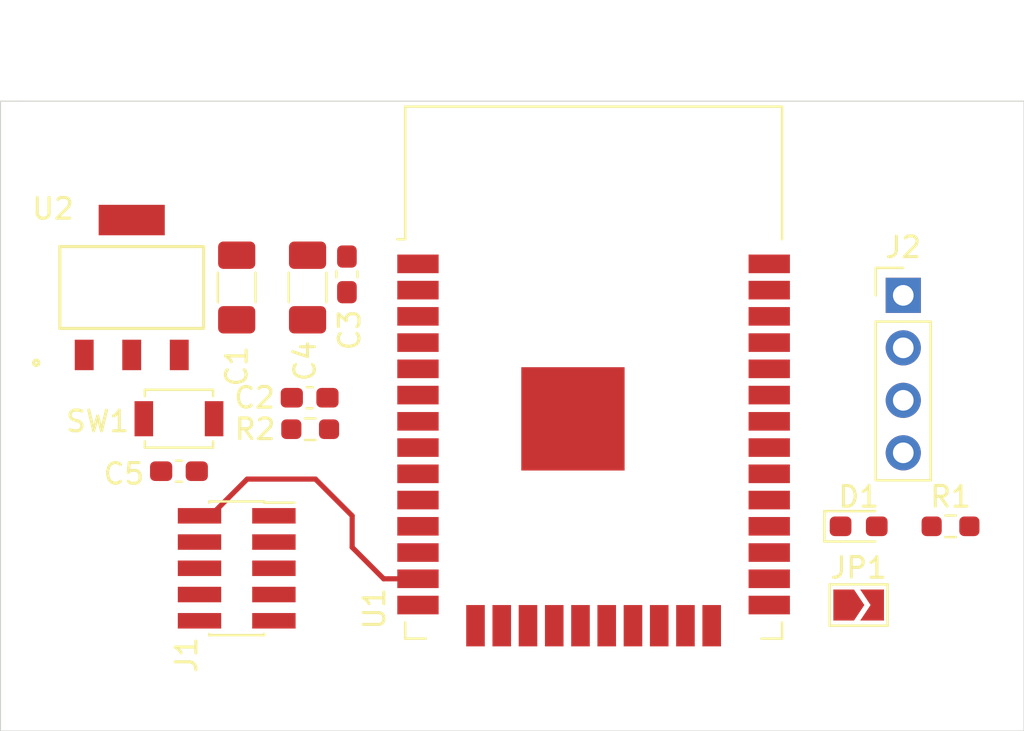
<source format=kicad_pcb>
(kicad_pcb (version 20171130) (host pcbnew 5.1.9-73d0e3b20d~88~ubuntu20.04.1)

  (general
    (thickness 1.6)
    (drawings 5)
    (tracks 7)
    (zones 0)
    (modules 14)
    (nets 12)
  )

  (page A4)
  (layers
    (0 F.Cu signal)
    (31 B.Cu signal)
    (32 B.Adhes user)
    (33 F.Adhes user)
    (34 B.Paste user)
    (35 F.Paste user)
    (36 B.SilkS user)
    (37 F.SilkS user)
    (38 B.Mask user)
    (39 F.Mask user)
    (40 Dwgs.User user)
    (41 Cmts.User user)
    (42 Eco1.User user)
    (43 Eco2.User user)
    (44 Edge.Cuts user)
    (45 Margin user)
    (46 B.CrtYd user)
    (47 F.CrtYd user)
    (48 B.Fab user)
    (49 F.Fab user hide)
  )

  (setup
    (last_trace_width 0.25)
    (trace_clearance 0.2)
    (zone_clearance 0.508)
    (zone_45_only no)
    (trace_min 0.2)
    (via_size 0.8)
    (via_drill 0.4)
    (via_min_size 0.4)
    (via_min_drill 0.3)
    (uvia_size 0.3)
    (uvia_drill 0.1)
    (uvias_allowed no)
    (uvia_min_size 0.2)
    (uvia_min_drill 0.1)
    (edge_width 0.05)
    (segment_width 0.2)
    (pcb_text_width 0.3)
    (pcb_text_size 1.5 1.5)
    (mod_edge_width 0.12)
    (mod_text_size 1 1)
    (mod_text_width 0.15)
    (pad_size 1.524 1.524)
    (pad_drill 0.762)
    (pad_to_mask_clearance 0)
    (aux_axis_origin 0 0)
    (visible_elements FFFFFF7F)
    (pcbplotparams
      (layerselection 0x010fc_ffffffff)
      (usegerberextensions false)
      (usegerberattributes true)
      (usegerberadvancedattributes true)
      (creategerberjobfile true)
      (excludeedgelayer true)
      (linewidth 0.100000)
      (plotframeref false)
      (viasonmask false)
      (mode 1)
      (useauxorigin false)
      (hpglpennumber 1)
      (hpglpenspeed 20)
      (hpglpendiameter 15.000000)
      (psnegative false)
      (psa4output false)
      (plotreference true)
      (plotvalue true)
      (plotinvisibletext false)
      (padsonsilk false)
      (subtractmaskfromsilk false)
      (outputformat 1)
      (mirror false)
      (drillshape 1)
      (scaleselection 1)
      (outputdirectory ""))
  )

  (net 0 "")
  (net 1 GND)
  (net 2 /JTAG_TCK)
  (net 3 /JTAG_TDO)
  (net 4 /JTAG_TMS)
  (net 5 /JTAG_TDI)
  (net 6 +3V3)
  (net 7 /UART_RX)
  (net 8 /UART_TX)
  (net 9 "Net-(D1-Pad1)")
  (net 10 "Net-(D1-Pad2)")
  (net 11 "Net-(C2-Pad1)")

  (net_class Default "This is the default net class."
    (clearance 0.2)
    (trace_width 0.25)
    (via_dia 0.8)
    (via_drill 0.4)
    (uvia_dia 0.3)
    (uvia_drill 0.1)
    (add_net +12V)
    (add_net +3V3)
    (add_net /JTAG_TCK)
    (add_net /JTAG_TDI)
    (add_net /JTAG_TDO)
    (add_net /JTAG_TMS)
    (add_net /UART_RX)
    (add_net /UART_TX)
    (add_net /nReset)
    (add_net GND)
    (add_net "Net-(C2-Pad1)")
    (add_net "Net-(D1-Pad1)")
    (add_net "Net-(D1-Pad2)")
    (add_net "Net-(J1-Pad7)")
    (add_net "Net-(U1-Pad10)")
    (add_net "Net-(U1-Pad11)")
    (add_net "Net-(U1-Pad12)")
    (add_net "Net-(U1-Pad17)")
    (add_net "Net-(U1-Pad18)")
    (add_net "Net-(U1-Pad19)")
    (add_net "Net-(U1-Pad20)")
    (add_net "Net-(U1-Pad21)")
    (add_net "Net-(U1-Pad22)")
    (add_net "Net-(U1-Pad24)")
    (add_net "Net-(U1-Pad26)")
    (add_net "Net-(U1-Pad27)")
    (add_net "Net-(U1-Pad28)")
    (add_net "Net-(U1-Pad29)")
    (add_net "Net-(U1-Pad30)")
    (add_net "Net-(U1-Pad31)")
    (add_net "Net-(U1-Pad32)")
    (add_net "Net-(U1-Pad33)")
    (add_net "Net-(U1-Pad36)")
    (add_net "Net-(U1-Pad37)")
    (add_net "Net-(U1-Pad4)")
    (add_net "Net-(U1-Pad5)")
    (add_net "Net-(U1-Pad6)")
    (add_net "Net-(U1-Pad7)")
    (add_net "Net-(U1-Pad8)")
    (add_net "Net-(U1-Pad9)")
  )

  (module Capacitor_SMD:C_0603_1608Metric_Pad1.08x0.95mm_HandSolder (layer F.Cu) (tedit 5F68FEEF) (tstamp 5FD6893B)
    (at 74.1415 116.713 180)
    (descr "Capacitor SMD 0603 (1608 Metric), square (rectangular) end terminal, IPC_7351 nominal with elongated pad for handsoldering. (Body size source: IPC-SM-782 page 76, https://www.pcb-3d.com/wordpress/wp-content/uploads/ipc-sm-782a_amendment_1_and_2.pdf), generated with kicad-footprint-generator")
    (tags "capacitor handsolder")
    (path /5FD7E62B)
    (attr smd)
    (fp_text reference C2 (at 2.667 0) (layer F.SilkS)
      (effects (font (size 1 1) (thickness 0.15)))
    )
    (fp_text value 1uF (at 0 1.43) (layer F.Fab)
      (effects (font (size 1 1) (thickness 0.15)))
    )
    (fp_line (start 1.65 0.73) (end -1.65 0.73) (layer F.CrtYd) (width 0.05))
    (fp_line (start 1.65 -0.73) (end 1.65 0.73) (layer F.CrtYd) (width 0.05))
    (fp_line (start -1.65 -0.73) (end 1.65 -0.73) (layer F.CrtYd) (width 0.05))
    (fp_line (start -1.65 0.73) (end -1.65 -0.73) (layer F.CrtYd) (width 0.05))
    (fp_line (start -0.146267 0.51) (end 0.146267 0.51) (layer F.SilkS) (width 0.12))
    (fp_line (start -0.146267 -0.51) (end 0.146267 -0.51) (layer F.SilkS) (width 0.12))
    (fp_line (start 0.8 0.4) (end -0.8 0.4) (layer F.Fab) (width 0.1))
    (fp_line (start 0.8 -0.4) (end 0.8 0.4) (layer F.Fab) (width 0.1))
    (fp_line (start -0.8 -0.4) (end 0.8 -0.4) (layer F.Fab) (width 0.1))
    (fp_line (start -0.8 0.4) (end -0.8 -0.4) (layer F.Fab) (width 0.1))
    (fp_text user %R (at 0 0) (layer F.Fab)
      (effects (font (size 0.4 0.4) (thickness 0.06)))
    )
    (pad 2 smd roundrect (at 0.8625 0 180) (size 1.075 0.95) (layers F.Cu F.Paste F.Mask) (roundrect_rratio 0.25)
      (net 1 GND))
    (pad 1 smd roundrect (at -0.8625 0 180) (size 1.075 0.95) (layers F.Cu F.Paste F.Mask) (roundrect_rratio 0.25)
      (net 11 "Net-(C2-Pad1)"))
    (model ${KISYS3DMOD}/Capacitor_SMD.3dshapes/C_0603_1608Metric.wrl
      (at (xyz 0 0 0))
      (scale (xyz 1 1 1))
      (rotate (xyz 0 0 0))
    )
  )

  (module Button_Switch_SMD:SW_SPST_B3U-1000P (layer F.Cu) (tedit 5A02FC95) (tstamp 5FD68A7B)
    (at 67.818 117.729)
    (descr "Ultra-small-sized Tactile Switch with High Contact Reliability, Top-actuated Model, without Ground Terminal, without Boss")
    (tags "Tactile Switch")
    (path /5FDAB577)
    (attr smd)
    (fp_text reference SW1 (at -3.937 0.127) (layer F.SilkS)
      (effects (font (size 1 1) (thickness 0.15)))
    )
    (fp_text value SW_Push (at 0 2.5) (layer F.Fab)
      (effects (font (size 1 1) (thickness 0.15)))
    )
    (fp_circle (center 0 0) (end 0.75 0) (layer F.Fab) (width 0.1))
    (fp_line (start -1.5 1.25) (end -1.5 -1.25) (layer F.Fab) (width 0.1))
    (fp_line (start 1.5 1.25) (end -1.5 1.25) (layer F.Fab) (width 0.1))
    (fp_line (start 1.5 -1.25) (end 1.5 1.25) (layer F.Fab) (width 0.1))
    (fp_line (start -1.5 -1.25) (end 1.5 -1.25) (layer F.Fab) (width 0.1))
    (fp_line (start 1.65 -1.4) (end 1.65 -1.1) (layer F.SilkS) (width 0.12))
    (fp_line (start -1.65 -1.4) (end 1.65 -1.4) (layer F.SilkS) (width 0.12))
    (fp_line (start -1.65 -1.1) (end -1.65 -1.4) (layer F.SilkS) (width 0.12))
    (fp_line (start 1.65 1.4) (end 1.65 1.1) (layer F.SilkS) (width 0.12))
    (fp_line (start -1.65 1.4) (end 1.65 1.4) (layer F.SilkS) (width 0.12))
    (fp_line (start -1.65 1.1) (end -1.65 1.4) (layer F.SilkS) (width 0.12))
    (fp_line (start -2.4 -1.65) (end -2.4 1.65) (layer F.CrtYd) (width 0.05))
    (fp_line (start 2.4 -1.65) (end -2.4 -1.65) (layer F.CrtYd) (width 0.05))
    (fp_line (start 2.4 1.65) (end 2.4 -1.65) (layer F.CrtYd) (width 0.05))
    (fp_line (start -2.4 1.65) (end 2.4 1.65) (layer F.CrtYd) (width 0.05))
    (fp_text user %R (at 0 -2.5) (layer F.Fab)
      (effects (font (size 1 1) (thickness 0.15)))
    )
    (pad 2 smd rect (at 1.7 0) (size 0.9 1.7) (layers F.Cu F.Paste F.Mask)
      (net 11 "Net-(C2-Pad1)"))
    (pad 1 smd rect (at -1.7 0) (size 0.9 1.7) (layers F.Cu F.Paste F.Mask)
      (net 1 GND))
    (model ${KISYS3DMOD}/Button_Switch_SMD.3dshapes/SW_SPST_B3U-1000P.wrl
      (at (xyz 0 0 0))
      (scale (xyz 1 1 1))
      (rotate (xyz 0 0 0))
    )
  )

  (module Resistor_SMD:R_0603_1608Metric_Pad0.98x0.95mm_HandSolder (layer F.Cu) (tedit 5F68FEEE) (tstamp 5FD68A65)
    (at 74.168 118.237)
    (descr "Resistor SMD 0603 (1608 Metric), square (rectangular) end terminal, IPC_7351 nominal with elongated pad for handsoldering. (Body size source: IPC-SM-782 page 72, https://www.pcb-3d.com/wordpress/wp-content/uploads/ipc-sm-782a_amendment_1_and_2.pdf), generated with kicad-footprint-generator")
    (tags "resistor handsolder")
    (path /5FD7F098)
    (attr smd)
    (fp_text reference R2 (at -2.667 0) (layer F.SilkS)
      (effects (font (size 1 1) (thickness 0.15)))
    )
    (fp_text value 10K (at 0 1.43) (layer F.Fab)
      (effects (font (size 1 1) (thickness 0.15)))
    )
    (fp_line (start 1.65 0.73) (end -1.65 0.73) (layer F.CrtYd) (width 0.05))
    (fp_line (start 1.65 -0.73) (end 1.65 0.73) (layer F.CrtYd) (width 0.05))
    (fp_line (start -1.65 -0.73) (end 1.65 -0.73) (layer F.CrtYd) (width 0.05))
    (fp_line (start -1.65 0.73) (end -1.65 -0.73) (layer F.CrtYd) (width 0.05))
    (fp_line (start -0.254724 0.5225) (end 0.254724 0.5225) (layer F.SilkS) (width 0.12))
    (fp_line (start -0.254724 -0.5225) (end 0.254724 -0.5225) (layer F.SilkS) (width 0.12))
    (fp_line (start 0.8 0.4125) (end -0.8 0.4125) (layer F.Fab) (width 0.1))
    (fp_line (start 0.8 -0.4125) (end 0.8 0.4125) (layer F.Fab) (width 0.1))
    (fp_line (start -0.8 -0.4125) (end 0.8 -0.4125) (layer F.Fab) (width 0.1))
    (fp_line (start -0.8 0.4125) (end -0.8 -0.4125) (layer F.Fab) (width 0.1))
    (fp_text user %R (at 0 0) (layer F.Fab)
      (effects (font (size 0.4 0.4) (thickness 0.06)))
    )
    (pad 2 smd roundrect (at 0.9125 0) (size 0.975 0.95) (layers F.Cu F.Paste F.Mask) (roundrect_rratio 0.25)
      (net 11 "Net-(C2-Pad1)"))
    (pad 1 smd roundrect (at -0.9125 0) (size 0.975 0.95) (layers F.Cu F.Paste F.Mask) (roundrect_rratio 0.25)
      (net 6 +3V3))
    (model ${KISYS3DMOD}/Resistor_SMD.3dshapes/R_0603_1608Metric.wrl
      (at (xyz 0 0 0))
      (scale (xyz 1 1 1))
      (rotate (xyz 0 0 0))
    )
  )

  (module Jumper:SolderJumper-2_P1.3mm_Open_TrianglePad1.0x1.5mm (layer F.Cu) (tedit 5A64794F) (tstamp 5FD68A44)
    (at 100.711 126.746)
    (descr "SMD Solder Jumper, 1x1.5mm Triangular Pads, 0.3mm gap, open")
    (tags "solder jumper open")
    (path /5FDB67D2)
    (attr virtual)
    (fp_text reference JP1 (at 0 -1.8) (layer F.SilkS)
      (effects (font (size 1 1) (thickness 0.15)))
    )
    (fp_text value Jumper_NO_Small (at 0 1.9) (layer F.Fab)
      (effects (font (size 1 1) (thickness 0.15)))
    )
    (fp_line (start 1.65 1.25) (end -1.65 1.25) (layer F.CrtYd) (width 0.05))
    (fp_line (start 1.65 1.25) (end 1.65 -1.25) (layer F.CrtYd) (width 0.05))
    (fp_line (start -1.65 -1.25) (end -1.65 1.25) (layer F.CrtYd) (width 0.05))
    (fp_line (start -1.65 -1.25) (end 1.65 -1.25) (layer F.CrtYd) (width 0.05))
    (fp_line (start -1.4 -1) (end 1.4 -1) (layer F.SilkS) (width 0.12))
    (fp_line (start 1.4 -1) (end 1.4 1) (layer F.SilkS) (width 0.12))
    (fp_line (start 1.4 1) (end -1.4 1) (layer F.SilkS) (width 0.12))
    (fp_line (start -1.4 1) (end -1.4 -1) (layer F.SilkS) (width 0.12))
    (pad 1 smd custom (at -0.725 0) (size 0.3 0.3) (layers F.Cu F.Mask)
      (net 9 "Net-(D1-Pad1)") (zone_connect 2)
      (options (clearance outline) (anchor rect))
      (primitives
        (gr_poly (pts
           (xy -0.5 -0.75) (xy 0.5 -0.75) (xy 1 0) (xy 0.5 0.75) (xy -0.5 0.75)
) (width 0))
      ))
    (pad 2 smd custom (at 0.725 0) (size 0.3 0.3) (layers F.Cu F.Mask)
      (net 1 GND) (zone_connect 2)
      (options (clearance outline) (anchor rect))
      (primitives
        (gr_poly (pts
           (xy -0.65 -0.75) (xy 0.5 -0.75) (xy 0.5 0.75) (xy -0.65 0.75) (xy -0.15 0)
) (width 0))
      ))
  )

  (module Capacitor_SMD:C_0603_1608Metric_Pad1.08x0.95mm_HandSolder (layer F.Cu) (tedit 5F68FEEF) (tstamp 5FD6896E)
    (at 67.818 120.269 180)
    (descr "Capacitor SMD 0603 (1608 Metric), square (rectangular) end terminal, IPC_7351 nominal with elongated pad for handsoldering. (Body size source: IPC-SM-782 page 76, https://www.pcb-3d.com/wordpress/wp-content/uploads/ipc-sm-782a_amendment_1_and_2.pdf), generated with kicad-footprint-generator")
    (tags "capacitor handsolder")
    (path /5FDAEDB3)
    (attr smd)
    (fp_text reference C5 (at 2.667 -0.127) (layer F.SilkS)
      (effects (font (size 1 1) (thickness 0.15)))
    )
    (fp_text value 0.1uF (at 0 1.43) (layer F.Fab)
      (effects (font (size 1 1) (thickness 0.15)))
    )
    (fp_line (start 1.65 0.73) (end -1.65 0.73) (layer F.CrtYd) (width 0.05))
    (fp_line (start 1.65 -0.73) (end 1.65 0.73) (layer F.CrtYd) (width 0.05))
    (fp_line (start -1.65 -0.73) (end 1.65 -0.73) (layer F.CrtYd) (width 0.05))
    (fp_line (start -1.65 0.73) (end -1.65 -0.73) (layer F.CrtYd) (width 0.05))
    (fp_line (start -0.146267 0.51) (end 0.146267 0.51) (layer F.SilkS) (width 0.12))
    (fp_line (start -0.146267 -0.51) (end 0.146267 -0.51) (layer F.SilkS) (width 0.12))
    (fp_line (start 0.8 0.4) (end -0.8 0.4) (layer F.Fab) (width 0.1))
    (fp_line (start 0.8 -0.4) (end 0.8 0.4) (layer F.Fab) (width 0.1))
    (fp_line (start -0.8 -0.4) (end 0.8 -0.4) (layer F.Fab) (width 0.1))
    (fp_line (start -0.8 0.4) (end -0.8 -0.4) (layer F.Fab) (width 0.1))
    (fp_text user %R (at 0 0) (layer F.Fab)
      (effects (font (size 0.4 0.4) (thickness 0.06)))
    )
    (pad 2 smd roundrect (at 0.8625 0 180) (size 1.075 0.95) (layers F.Cu F.Paste F.Mask) (roundrect_rratio 0.25)
      (net 11 "Net-(C2-Pad1)"))
    (pad 1 smd roundrect (at -0.8625 0 180) (size 1.075 0.95) (layers F.Cu F.Paste F.Mask) (roundrect_rratio 0.25)
      (net 1 GND))
    (model ${KISYS3DMOD}/Capacitor_SMD.3dshapes/C_0603_1608Metric.wrl
      (at (xyz 0 0 0))
      (scale (xyz 1 1 1))
      (rotate (xyz 0 0 0))
    )
  )

  (module Capacitor_SMD:C_1206_3216Metric_Pad1.33x1.80mm_HandSolder (layer F.Cu) (tedit 5F68FEEF) (tstamp 5FD6895D)
    (at 74.041 111.379 90)
    (descr "Capacitor SMD 1206 (3216 Metric), square (rectangular) end terminal, IPC_7351 nominal with elongated pad for handsoldering. (Body size source: IPC-SM-782 page 76, https://www.pcb-3d.com/wordpress/wp-content/uploads/ipc-sm-782a_amendment_1_and_2.pdf), generated with kicad-footprint-generator")
    (tags "capacitor handsolder")
    (path /5FD61A3F)
    (attr smd)
    (fp_text reference C4 (at -3.556 -0.127 90) (layer F.SilkS)
      (effects (font (size 1 1) (thickness 0.15)))
    )
    (fp_text value 22uF (at 0 1.85 90) (layer F.Fab)
      (effects (font (size 1 1) (thickness 0.15)))
    )
    (fp_line (start 2.48 1.15) (end -2.48 1.15) (layer F.CrtYd) (width 0.05))
    (fp_line (start 2.48 -1.15) (end 2.48 1.15) (layer F.CrtYd) (width 0.05))
    (fp_line (start -2.48 -1.15) (end 2.48 -1.15) (layer F.CrtYd) (width 0.05))
    (fp_line (start -2.48 1.15) (end -2.48 -1.15) (layer F.CrtYd) (width 0.05))
    (fp_line (start -0.711252 0.91) (end 0.711252 0.91) (layer F.SilkS) (width 0.12))
    (fp_line (start -0.711252 -0.91) (end 0.711252 -0.91) (layer F.SilkS) (width 0.12))
    (fp_line (start 1.6 0.8) (end -1.6 0.8) (layer F.Fab) (width 0.1))
    (fp_line (start 1.6 -0.8) (end 1.6 0.8) (layer F.Fab) (width 0.1))
    (fp_line (start -1.6 -0.8) (end 1.6 -0.8) (layer F.Fab) (width 0.1))
    (fp_line (start -1.6 0.8) (end -1.6 -0.8) (layer F.Fab) (width 0.1))
    (fp_text user %R (at 0 0 90) (layer F.Fab)
      (effects (font (size 0.8 0.8) (thickness 0.12)))
    )
    (pad 2 smd roundrect (at 1.5625 0 90) (size 1.325 1.8) (layers F.Cu F.Paste F.Mask) (roundrect_rratio 0.188679)
      (net 1 GND))
    (pad 1 smd roundrect (at -1.5625 0 90) (size 1.325 1.8) (layers F.Cu F.Paste F.Mask) (roundrect_rratio 0.188679)
      (net 6 +3V3))
    (model ${KISYS3DMOD}/Capacitor_SMD.3dshapes/C_1206_3216Metric.wrl
      (at (xyz 0 0 0))
      (scale (xyz 1 1 1))
      (rotate (xyz 0 0 0))
    )
  )

  (module Capacitor_SMD:C_0603_1608Metric_Pad1.08x0.95mm_HandSolder (layer F.Cu) (tedit 5F68FEEF) (tstamp 5FD6894C)
    (at 75.946 110.744 90)
    (descr "Capacitor SMD 0603 (1608 Metric), square (rectangular) end terminal, IPC_7351 nominal with elongated pad for handsoldering. (Body size source: IPC-SM-782 page 76, https://www.pcb-3d.com/wordpress/wp-content/uploads/ipc-sm-782a_amendment_1_and_2.pdf), generated with kicad-footprint-generator")
    (tags "capacitor handsolder")
    (path /5FD62D36)
    (attr smd)
    (fp_text reference C3 (at -2.6935 0.127 90) (layer F.SilkS)
      (effects (font (size 1 1) (thickness 0.15)))
    )
    (fp_text value 0.1uF (at 0 1.43 90) (layer F.Fab)
      (effects (font (size 1 1) (thickness 0.15)))
    )
    (fp_line (start 1.65 0.73) (end -1.65 0.73) (layer F.CrtYd) (width 0.05))
    (fp_line (start 1.65 -0.73) (end 1.65 0.73) (layer F.CrtYd) (width 0.05))
    (fp_line (start -1.65 -0.73) (end 1.65 -0.73) (layer F.CrtYd) (width 0.05))
    (fp_line (start -1.65 0.73) (end -1.65 -0.73) (layer F.CrtYd) (width 0.05))
    (fp_line (start -0.146267 0.51) (end 0.146267 0.51) (layer F.SilkS) (width 0.12))
    (fp_line (start -0.146267 -0.51) (end 0.146267 -0.51) (layer F.SilkS) (width 0.12))
    (fp_line (start 0.8 0.4) (end -0.8 0.4) (layer F.Fab) (width 0.1))
    (fp_line (start 0.8 -0.4) (end 0.8 0.4) (layer F.Fab) (width 0.1))
    (fp_line (start -0.8 -0.4) (end 0.8 -0.4) (layer F.Fab) (width 0.1))
    (fp_line (start -0.8 0.4) (end -0.8 -0.4) (layer F.Fab) (width 0.1))
    (fp_text user %R (at 0 0 90) (layer F.Fab)
      (effects (font (size 0.4 0.4) (thickness 0.06)))
    )
    (pad 2 smd roundrect (at 0.8625 0 90) (size 1.075 0.95) (layers F.Cu F.Paste F.Mask) (roundrect_rratio 0.25)
      (net 1 GND))
    (pad 1 smd roundrect (at -0.8625 0 90) (size 1.075 0.95) (layers F.Cu F.Paste F.Mask) (roundrect_rratio 0.25)
      (net 6 +3V3))
    (model ${KISYS3DMOD}/Capacitor_SMD.3dshapes/C_0603_1608Metric.wrl
      (at (xyz 0 0 0))
      (scale (xyz 1 1 1))
      (rotate (xyz 0 0 0))
    )
  )

  (module Resistor_SMD:R_0603_1608Metric_Pad0.98x0.95mm_HandSolder (layer F.Cu) (tedit 5F68FEEE) (tstamp 5FD5B293)
    (at 105.156 122.936)
    (descr "Resistor SMD 0603 (1608 Metric), square (rectangular) end terminal, IPC_7351 nominal with elongated pad for handsoldering. (Body size source: IPC-SM-782 page 72, https://www.pcb-3d.com/wordpress/wp-content/uploads/ipc-sm-782a_amendment_1_and_2.pdf), generated with kicad-footprint-generator")
    (tags "resistor handsolder")
    (path /5FD85EDC)
    (attr smd)
    (fp_text reference R1 (at 0 -1.43) (layer F.SilkS)
      (effects (font (size 1 1) (thickness 0.15)))
    )
    (fp_text value 68 (at 0 1.43) (layer F.Fab)
      (effects (font (size 1 1) (thickness 0.15)))
    )
    (fp_line (start -0.8 0.4125) (end -0.8 -0.4125) (layer F.Fab) (width 0.1))
    (fp_line (start -0.8 -0.4125) (end 0.8 -0.4125) (layer F.Fab) (width 0.1))
    (fp_line (start 0.8 -0.4125) (end 0.8 0.4125) (layer F.Fab) (width 0.1))
    (fp_line (start 0.8 0.4125) (end -0.8 0.4125) (layer F.Fab) (width 0.1))
    (fp_line (start -0.254724 -0.5225) (end 0.254724 -0.5225) (layer F.SilkS) (width 0.12))
    (fp_line (start -0.254724 0.5225) (end 0.254724 0.5225) (layer F.SilkS) (width 0.12))
    (fp_line (start -1.65 0.73) (end -1.65 -0.73) (layer F.CrtYd) (width 0.05))
    (fp_line (start -1.65 -0.73) (end 1.65 -0.73) (layer F.CrtYd) (width 0.05))
    (fp_line (start 1.65 -0.73) (end 1.65 0.73) (layer F.CrtYd) (width 0.05))
    (fp_line (start 1.65 0.73) (end -1.65 0.73) (layer F.CrtYd) (width 0.05))
    (fp_text user %R (at 0 0) (layer F.Fab)
      (effects (font (size 0.4 0.4) (thickness 0.06)))
    )
    (pad 2 smd roundrect (at 0.9125 0) (size 0.975 0.95) (layers F.Cu F.Paste F.Mask) (roundrect_rratio 0.25)
      (net 1 GND))
    (pad 1 smd roundrect (at -0.9125 0) (size 0.975 0.95) (layers F.Cu F.Paste F.Mask) (roundrect_rratio 0.25)
      (net 10 "Net-(D1-Pad2)"))
    (model ${KISYS3DMOD}/Resistor_SMD.3dshapes/R_0603_1608Metric.wrl
      (at (xyz 0 0 0))
      (scale (xyz 1 1 1))
      (rotate (xyz 0 0 0))
    )
  )

  (module Library-for-Components:MIC5239-3.3YS-TR (layer F.Cu) (tedit 0) (tstamp 5FD58BF6)
    (at 65.532 111.379)
    (path /5FD792BC)
    (fp_text reference U2 (at -3.81 -3.81) (layer F.SilkS)
      (effects (font (size 1 1) (thickness 0.15)))
    )
    (fp_text value MIC5239-3.3YS-TR (at 0 0) (layer F.SilkS) hide
      (effects (font (size 1 1) (thickness 0.15)))
    )
    (fp_line (start -1.8682 1.8542) (end -2.7318 1.8542) (layer F.Fab) (width 0.1524))
    (fp_line (start -2.7318 1.8542) (end -2.7318 3.6449) (layer F.Fab) (width 0.1524))
    (fp_line (start -2.7318 3.6449) (end -1.8682 3.6449) (layer F.Fab) (width 0.1524))
    (fp_line (start -1.8682 3.6449) (end -1.8682 1.8542) (layer F.Fab) (width 0.1524))
    (fp_line (start 0.4318 1.8542) (end -0.4318 1.8542) (layer F.Fab) (width 0.1524))
    (fp_line (start -0.4318 1.8542) (end -0.4318 3.6449) (layer F.Fab) (width 0.1524))
    (fp_line (start -0.4318 3.6449) (end 0.4318 3.6449) (layer F.Fab) (width 0.1524))
    (fp_line (start 0.4318 3.6449) (end 0.4318 1.8542) (layer F.Fab) (width 0.1524))
    (fp_line (start 2.7318 1.8542) (end 1.8682 1.8542) (layer F.Fab) (width 0.1524))
    (fp_line (start 1.8682 1.8542) (end 1.8682 3.6449) (layer F.Fab) (width 0.1524))
    (fp_line (start 1.8682 3.6449) (end 2.7318 3.6449) (layer F.Fab) (width 0.1524))
    (fp_line (start 2.7318 3.6449) (end 2.7318 1.8542) (layer F.Fab) (width 0.1524))
    (fp_line (start -1.5748 -1.8542) (end 1.5748 -1.8542) (layer F.Fab) (width 0.1524))
    (fp_line (start 1.5748 -1.8542) (end 1.5748 -3.6449) (layer F.Fab) (width 0.1524))
    (fp_line (start 1.5748 -3.6449) (end -1.5748 -3.6449) (layer F.Fab) (width 0.1524))
    (fp_line (start -1.5748 -3.6449) (end -1.5748 -1.8542) (layer F.Fab) (width 0.1524))
    (fp_line (start -3.4798 1.9812) (end 3.4798 1.9812) (layer F.SilkS) (width 0.1524))
    (fp_line (start 3.4798 1.9812) (end 3.4798 -1.9812) (layer F.SilkS) (width 0.1524))
    (fp_line (start 3.4798 -1.9812) (end -3.4798 -1.9812) (layer F.SilkS) (width 0.1524))
    (fp_line (start -3.4798 -1.9812) (end -3.4798 1.9812) (layer F.SilkS) (width 0.1524))
    (fp_line (start -3.3528 1.8542) (end 3.3528 1.8542) (layer F.Fab) (width 0.1524))
    (fp_line (start 3.3528 1.8542) (end 3.3528 -1.8542) (layer F.Fab) (width 0.1524))
    (fp_line (start 3.3528 -1.8542) (end -3.3528 -1.8542) (layer F.Fab) (width 0.1524))
    (fp_line (start -3.3528 -1.8542) (end -3.3528 1.8542) (layer F.Fab) (width 0.1524))
    (fp_line (start -3.6068 -2.1082) (end -1.8288 -2.1082) (layer F.CrtYd) (width 0.1524))
    (fp_line (start -1.8288 -2.1082) (end -1.8288 -4.2545) (layer F.CrtYd) (width 0.1524))
    (fp_line (start -1.8288 -4.2545) (end 1.8288 -4.2545) (layer F.CrtYd) (width 0.1524))
    (fp_line (start 1.8288 -4.2545) (end 1.8288 -2.1082) (layer F.CrtYd) (width 0.1524))
    (fp_line (start 1.8288 -2.1082) (end 3.6068 -2.1082) (layer F.CrtYd) (width 0.1524))
    (fp_line (start 3.6068 -2.1082) (end 3.6068 2.1082) (layer F.CrtYd) (width 0.1524))
    (fp_line (start 3.6068 2.1082) (end 2.9858 2.1082) (layer F.CrtYd) (width 0.1524))
    (fp_line (start 2.9858 2.1082) (end 2.9858 4.2545) (layer F.CrtYd) (width 0.1524))
    (fp_line (start 2.9858 4.2545) (end -2.9858 4.2545) (layer F.CrtYd) (width 0.1524))
    (fp_line (start -2.9858 4.2545) (end -2.9858 2.1082) (layer F.CrtYd) (width 0.1524))
    (fp_line (start -2.9858 2.1082) (end -3.6068 2.1082) (layer F.CrtYd) (width 0.1524))
    (fp_line (start -3.6068 2.1082) (end -3.6068 -2.1082) (layer F.CrtYd) (width 0.1524))
    (fp_circle (center -3.0988 1.6002) (end -2.9718 1.6002) (layer F.Fab) (width 0.1524))
    (fp_circle (center -4.6228 3.6449) (end -4.4958 3.6449) (layer F.SilkS) (width 0.1524))
    (fp_text user * (at 0 0) (layer F.Fab) hide
      (effects (font (size 1 1) (thickness 0.15)))
    )
    (fp_text user * (at 0 0) (layer F.SilkS) hide
      (effects (font (size 1 1) (thickness 0.15)))
    )
    (fp_text user "Copyright 2016 Accelerated Designs. All rights reserved." (at 0 0) (layer Cmts.User) hide
      (effects (font (size 0.127 0.127) (thickness 0.002)))
    )
    (pad 4 smd rect (at 0 -3.2639) (size 3.2004 1.4732) (layers F.Cu F.Paste F.Mask)
      (net 1 GND))
    (pad 3 smd rect (at 2.3 3.2639) (size 0.9144 1.4732) (layers F.Cu F.Paste F.Mask)
      (net 6 +3V3))
    (pad 2 smd rect (at 0 3.2639) (size 0.9144 1.4732) (layers F.Cu F.Paste F.Mask)
      (net 1 GND))
    (pad 1 smd rect (at -2.3 3.2639) (size 0.9144 1.4732) (layers F.Cu F.Paste F.Mask))
  )

  (module LED_SMD:LED_0603_1608Metric_Pad1.05x0.95mm_HandSolder (layer F.Cu) (tedit 5F68FEF1) (tstamp 5FD58A45)
    (at 100.711 122.936)
    (descr "LED SMD 0603 (1608 Metric), square (rectangular) end terminal, IPC_7351 nominal, (Body size source: http://www.tortai-tech.com/upload/download/2011102023233369053.pdf), generated with kicad-footprint-generator")
    (tags "LED handsolder")
    (path /5FD5F43A)
    (attr smd)
    (fp_text reference D1 (at 0 -1.43) (layer F.SilkS)
      (effects (font (size 1 1) (thickness 0.15)))
    )
    (fp_text value LED (at 0 1.43) (layer F.Fab)
      (effects (font (size 1 1) (thickness 0.15)))
    )
    (fp_line (start 0.8 -0.4) (end -0.5 -0.4) (layer F.Fab) (width 0.1))
    (fp_line (start -0.5 -0.4) (end -0.8 -0.1) (layer F.Fab) (width 0.1))
    (fp_line (start -0.8 -0.1) (end -0.8 0.4) (layer F.Fab) (width 0.1))
    (fp_line (start -0.8 0.4) (end 0.8 0.4) (layer F.Fab) (width 0.1))
    (fp_line (start 0.8 0.4) (end 0.8 -0.4) (layer F.Fab) (width 0.1))
    (fp_line (start 0.8 -0.735) (end -1.66 -0.735) (layer F.SilkS) (width 0.12))
    (fp_line (start -1.66 -0.735) (end -1.66 0.735) (layer F.SilkS) (width 0.12))
    (fp_line (start -1.66 0.735) (end 0.8 0.735) (layer F.SilkS) (width 0.12))
    (fp_line (start -1.65 0.73) (end -1.65 -0.73) (layer F.CrtYd) (width 0.05))
    (fp_line (start -1.65 -0.73) (end 1.65 -0.73) (layer F.CrtYd) (width 0.05))
    (fp_line (start 1.65 -0.73) (end 1.65 0.73) (layer F.CrtYd) (width 0.05))
    (fp_line (start 1.65 0.73) (end -1.65 0.73) (layer F.CrtYd) (width 0.05))
    (fp_text user %R (at 0 0) (layer F.Fab)
      (effects (font (size 0.4 0.4) (thickness 0.06)))
    )
    (pad 2 smd roundrect (at 0.875 0) (size 1.05 0.95) (layers F.Cu F.Paste F.Mask) (roundrect_rratio 0.25)
      (net 10 "Net-(D1-Pad2)"))
    (pad 1 smd roundrect (at -0.875 0) (size 1.05 0.95) (layers F.Cu F.Paste F.Mask) (roundrect_rratio 0.25)
      (net 9 "Net-(D1-Pad1)"))
    (model ${KISYS3DMOD}/LED_SMD.3dshapes/LED_0603_1608Metric.wrl
      (at (xyz 0 0 0))
      (scale (xyz 1 1 1))
      (rotate (xyz 0 0 0))
    )
  )

  (module Capacitor_SMD:C_1206_3216Metric_Pad1.33x1.80mm_HandSolder (layer F.Cu) (tedit 5F68FEEF) (tstamp 5FD58A32)
    (at 70.612 111.379 90)
    (descr "Capacitor SMD 1206 (3216 Metric), square (rectangular) end terminal, IPC_7351 nominal with elongated pad for handsoldering. (Body size source: IPC-SM-782 page 76, https://www.pcb-3d.com/wordpress/wp-content/uploads/ipc-sm-782a_amendment_1_and_2.pdf), generated with kicad-footprint-generator")
    (tags "capacitor handsolder")
    (path /5FD9691B)
    (attr smd)
    (fp_text reference C1 (at -3.81 0 90) (layer F.SilkS)
      (effects (font (size 1 1) (thickness 0.15)))
    )
    (fp_text value 10uF (at 0 1.85 90) (layer F.Fab)
      (effects (font (size 1 1) (thickness 0.15)))
    )
    (fp_line (start -1.6 0.8) (end -1.6 -0.8) (layer F.Fab) (width 0.1))
    (fp_line (start -1.6 -0.8) (end 1.6 -0.8) (layer F.Fab) (width 0.1))
    (fp_line (start 1.6 -0.8) (end 1.6 0.8) (layer F.Fab) (width 0.1))
    (fp_line (start 1.6 0.8) (end -1.6 0.8) (layer F.Fab) (width 0.1))
    (fp_line (start -0.711252 -0.91) (end 0.711252 -0.91) (layer F.SilkS) (width 0.12))
    (fp_line (start -0.711252 0.91) (end 0.711252 0.91) (layer F.SilkS) (width 0.12))
    (fp_line (start -2.48 1.15) (end -2.48 -1.15) (layer F.CrtYd) (width 0.05))
    (fp_line (start -2.48 -1.15) (end 2.48 -1.15) (layer F.CrtYd) (width 0.05))
    (fp_line (start 2.48 -1.15) (end 2.48 1.15) (layer F.CrtYd) (width 0.05))
    (fp_line (start 2.48 1.15) (end -2.48 1.15) (layer F.CrtYd) (width 0.05))
    (fp_text user %R (at 0 0 90) (layer F.Fab)
      (effects (font (size 0.8 0.8) (thickness 0.12)))
    )
    (pad 2 smd roundrect (at 1.5625 0 90) (size 1.325 1.8) (layers F.Cu F.Paste F.Mask) (roundrect_rratio 0.188679)
      (net 1 GND))
    (pad 1 smd roundrect (at -1.5625 0 90) (size 1.325 1.8) (layers F.Cu F.Paste F.Mask) (roundrect_rratio 0.188679)
      (net 6 +3V3))
    (model ${KISYS3DMOD}/Capacitor_SMD.3dshapes/C_1206_3216Metric.wrl
      (at (xyz 0 0 0))
      (scale (xyz 1 1 1))
      (rotate (xyz 0 0 0))
    )
  )

  (module Connector_PinHeader_2.54mm:PinHeader_1x04_P2.54mm_Vertical (layer F.Cu) (tedit 59FED5CC) (tstamp 5FD5A0E1)
    (at 102.87 111.76)
    (descr "Through hole straight pin header, 1x04, 2.54mm pitch, single row")
    (tags "Through hole pin header THT 1x04 2.54mm single row")
    (path /5FD8577F)
    (fp_text reference J2 (at 0 -2.33) (layer F.SilkS)
      (effects (font (size 1 1) (thickness 0.15)))
    )
    (fp_text value Conn_01x04 (at 0 9.95) (layer F.Fab)
      (effects (font (size 1 1) (thickness 0.15)))
    )
    (fp_line (start 1.8 -1.8) (end -1.8 -1.8) (layer F.CrtYd) (width 0.05))
    (fp_line (start 1.8 9.4) (end 1.8 -1.8) (layer F.CrtYd) (width 0.05))
    (fp_line (start -1.8 9.4) (end 1.8 9.4) (layer F.CrtYd) (width 0.05))
    (fp_line (start -1.8 -1.8) (end -1.8 9.4) (layer F.CrtYd) (width 0.05))
    (fp_line (start -1.33 -1.33) (end 0 -1.33) (layer F.SilkS) (width 0.12))
    (fp_line (start -1.33 0) (end -1.33 -1.33) (layer F.SilkS) (width 0.12))
    (fp_line (start -1.33 1.27) (end 1.33 1.27) (layer F.SilkS) (width 0.12))
    (fp_line (start 1.33 1.27) (end 1.33 8.95) (layer F.SilkS) (width 0.12))
    (fp_line (start -1.33 1.27) (end -1.33 8.95) (layer F.SilkS) (width 0.12))
    (fp_line (start -1.33 8.95) (end 1.33 8.95) (layer F.SilkS) (width 0.12))
    (fp_line (start -1.27 -0.635) (end -0.635 -1.27) (layer F.Fab) (width 0.1))
    (fp_line (start -1.27 8.89) (end -1.27 -0.635) (layer F.Fab) (width 0.1))
    (fp_line (start 1.27 8.89) (end -1.27 8.89) (layer F.Fab) (width 0.1))
    (fp_line (start 1.27 -1.27) (end 1.27 8.89) (layer F.Fab) (width 0.1))
    (fp_line (start -0.635 -1.27) (end 1.27 -1.27) (layer F.Fab) (width 0.1))
    (fp_text user %R (at 0 3.81 90) (layer F.Fab)
      (effects (font (size 1 1) (thickness 0.15)))
    )
    (pad 4 thru_hole oval (at 0 7.62) (size 1.7 1.7) (drill 1) (layers *.Cu *.Mask)
      (net 1 GND))
    (pad 3 thru_hole oval (at 0 5.08) (size 1.7 1.7) (drill 1) (layers *.Cu *.Mask)
      (net 7 /UART_RX))
    (pad 2 thru_hole oval (at 0 2.54) (size 1.7 1.7) (drill 1) (layers *.Cu *.Mask)
      (net 8 /UART_TX))
    (pad 1 thru_hole rect (at 0 0) (size 1.7 1.7) (drill 1) (layers *.Cu *.Mask)
      (net 6 +3V3))
    (model ${KISYS3DMOD}/Connector_PinHeader_2.54mm.3dshapes/PinHeader_1x04_P2.54mm_Vertical.wrl
      (at (xyz 0 0 0))
      (scale (xyz 1 1 1))
      (rotate (xyz 0 0 0))
    )
  )

  (module RF_Module:ESP32-WROOM-32 (layer F.Cu) (tedit 5B5B4654) (tstamp 5FD5B408)
    (at 87.884 118.491)
    (descr "Single 2.4 GHz Wi-Fi and Bluetooth combo chip https://www.espressif.com/sites/default/files/documentation/esp32-wroom-32_datasheet_en.pdf")
    (tags "Single 2.4 GHz Wi-Fi and Bluetooth combo  chip")
    (path /5FD4F365)
    (attr smd)
    (fp_text reference U1 (at -10.61 8.43 90) (layer F.SilkS)
      (effects (font (size 1 1) (thickness 0.15)))
    )
    (fp_text value ESP32-WROOM-32D (at 0 11.5) (layer F.Fab)
      (effects (font (size 1 1) (thickness 0.15)))
    )
    (fp_line (start -14 -9.97) (end -14 -20.75) (layer Dwgs.User) (width 0.1))
    (fp_line (start 9 9.76) (end 9 -15.745) (layer F.Fab) (width 0.1))
    (fp_line (start -9 9.76) (end 9 9.76) (layer F.Fab) (width 0.1))
    (fp_line (start -9 -15.745) (end -9 -10.02) (layer F.Fab) (width 0.1))
    (fp_line (start -9 -15.745) (end 9 -15.745) (layer F.Fab) (width 0.1))
    (fp_line (start -9.75 10.5) (end -9.75 -9.72) (layer F.CrtYd) (width 0.05))
    (fp_line (start -9.75 10.5) (end 9.75 10.5) (layer F.CrtYd) (width 0.05))
    (fp_line (start 9.75 -9.72) (end 9.75 10.5) (layer F.CrtYd) (width 0.05))
    (fp_line (start -14.25 -21) (end 14.25 -21) (layer F.CrtYd) (width 0.05))
    (fp_line (start -9 -9.02) (end -9 9.76) (layer F.Fab) (width 0.1))
    (fp_line (start -8.5 -9.52) (end -9 -10.02) (layer F.Fab) (width 0.1))
    (fp_line (start -9 -9.02) (end -8.5 -9.52) (layer F.Fab) (width 0.1))
    (fp_line (start 14 -9.97) (end -14 -9.97) (layer Dwgs.User) (width 0.1))
    (fp_line (start 14 -9.97) (end 14 -20.75) (layer Dwgs.User) (width 0.1))
    (fp_line (start 14 -20.75) (end -14 -20.75) (layer Dwgs.User) (width 0.1))
    (fp_line (start -14.25 -21) (end -14.25 -9.72) (layer F.CrtYd) (width 0.05))
    (fp_line (start 14.25 -21) (end 14.25 -9.72) (layer F.CrtYd) (width 0.05))
    (fp_line (start -14.25 -9.72) (end -9.75 -9.72) (layer F.CrtYd) (width 0.05))
    (fp_line (start 9.75 -9.72) (end 14.25 -9.72) (layer F.CrtYd) (width 0.05))
    (fp_line (start -12.525 -20.75) (end -14 -19.66) (layer Dwgs.User) (width 0.1))
    (fp_line (start -10.525 -20.75) (end -14 -18.045) (layer Dwgs.User) (width 0.1))
    (fp_line (start -8.525 -20.75) (end -14 -16.43) (layer Dwgs.User) (width 0.1))
    (fp_line (start -6.525 -20.75) (end -14 -14.815) (layer Dwgs.User) (width 0.1))
    (fp_line (start -4.525 -20.75) (end -14 -13.2) (layer Dwgs.User) (width 0.1))
    (fp_line (start -2.525 -20.75) (end -14 -11.585) (layer Dwgs.User) (width 0.1))
    (fp_line (start -0.525 -20.75) (end -14 -9.97) (layer Dwgs.User) (width 0.1))
    (fp_line (start 1.475 -20.75) (end -12 -9.97) (layer Dwgs.User) (width 0.1))
    (fp_line (start 3.475 -20.75) (end -10 -9.97) (layer Dwgs.User) (width 0.1))
    (fp_line (start -8 -9.97) (end 5.475 -20.75) (layer Dwgs.User) (width 0.1))
    (fp_line (start 7.475 -20.75) (end -6 -9.97) (layer Dwgs.User) (width 0.1))
    (fp_line (start 9.475 -20.75) (end -4 -9.97) (layer Dwgs.User) (width 0.1))
    (fp_line (start 11.475 -20.75) (end -2 -9.97) (layer Dwgs.User) (width 0.1))
    (fp_line (start 13.475 -20.75) (end 0 -9.97) (layer Dwgs.User) (width 0.1))
    (fp_line (start 14 -19.66) (end 2 -9.97) (layer Dwgs.User) (width 0.1))
    (fp_line (start 14 -18.045) (end 4 -9.97) (layer Dwgs.User) (width 0.1))
    (fp_line (start 14 -16.43) (end 6 -9.97) (layer Dwgs.User) (width 0.1))
    (fp_line (start 14 -14.815) (end 8 -9.97) (layer Dwgs.User) (width 0.1))
    (fp_line (start 14 -13.2) (end 10 -9.97) (layer Dwgs.User) (width 0.1))
    (fp_line (start 14 -11.585) (end 12 -9.97) (layer Dwgs.User) (width 0.1))
    (fp_line (start 9.2 -13.875) (end 13.8 -13.875) (layer Cmts.User) (width 0.1))
    (fp_line (start 13.8 -13.875) (end 13.6 -14.075) (layer Cmts.User) (width 0.1))
    (fp_line (start 13.8 -13.875) (end 13.6 -13.675) (layer Cmts.User) (width 0.1))
    (fp_line (start 9.2 -13.875) (end 9.4 -14.075) (layer Cmts.User) (width 0.1))
    (fp_line (start 9.2 -13.875) (end 9.4 -13.675) (layer Cmts.User) (width 0.1))
    (fp_line (start -13.8 -13.875) (end -13.6 -14.075) (layer Cmts.User) (width 0.1))
    (fp_line (start -13.8 -13.875) (end -13.6 -13.675) (layer Cmts.User) (width 0.1))
    (fp_line (start -9.2 -13.875) (end -9.4 -13.675) (layer Cmts.User) (width 0.1))
    (fp_line (start -13.8 -13.875) (end -9.2 -13.875) (layer Cmts.User) (width 0.1))
    (fp_line (start -9.2 -13.875) (end -9.4 -14.075) (layer Cmts.User) (width 0.1))
    (fp_line (start 8.4 -16) (end 8.2 -16.2) (layer Cmts.User) (width 0.1))
    (fp_line (start 8.4 -16) (end 8.6 -16.2) (layer Cmts.User) (width 0.1))
    (fp_line (start 8.4 -20.6) (end 8.6 -20.4) (layer Cmts.User) (width 0.1))
    (fp_line (start 8.4 -16) (end 8.4 -20.6) (layer Cmts.User) (width 0.1))
    (fp_line (start 8.4 -20.6) (end 8.2 -20.4) (layer Cmts.User) (width 0.1))
    (fp_line (start -9.12 9.1) (end -9.12 9.88) (layer F.SilkS) (width 0.12))
    (fp_line (start -9.12 9.88) (end -8.12 9.88) (layer F.SilkS) (width 0.12))
    (fp_line (start 9.12 9.1) (end 9.12 9.88) (layer F.SilkS) (width 0.12))
    (fp_line (start 9.12 9.88) (end 8.12 9.88) (layer F.SilkS) (width 0.12))
    (fp_line (start -9.12 -15.865) (end 9.12 -15.865) (layer F.SilkS) (width 0.12))
    (fp_line (start 9.12 -15.865) (end 9.12 -9.445) (layer F.SilkS) (width 0.12))
    (fp_line (start -9.12 -15.865) (end -9.12 -9.445) (layer F.SilkS) (width 0.12))
    (fp_line (start -9.12 -9.445) (end -9.5 -9.445) (layer F.SilkS) (width 0.12))
    (fp_text user "5 mm" (at 7.8 -19.075 90) (layer Cmts.User)
      (effects (font (size 0.5 0.5) (thickness 0.1)))
    )
    (fp_text user "5 mm" (at -11.2 -14.375) (layer Cmts.User)
      (effects (font (size 0.5 0.5) (thickness 0.1)))
    )
    (fp_text user "5 mm" (at 11.8 -14.375) (layer Cmts.User)
      (effects (font (size 0.5 0.5) (thickness 0.1)))
    )
    (fp_text user Antenna (at 0 -13) (layer Cmts.User)
      (effects (font (size 1 1) (thickness 0.15)))
    )
    (fp_text user "KEEP-OUT ZONE" (at 0 -19) (layer Cmts.User)
      (effects (font (size 1 1) (thickness 0.15)))
    )
    (fp_text user %R (at 0 0) (layer F.Fab)
      (effects (font (size 1 1) (thickness 0.15)))
    )
    (pad 38 smd rect (at 8.5 -8.255) (size 2 0.9) (layers F.Cu F.Paste F.Mask)
      (net 1 GND))
    (pad 37 smd rect (at 8.5 -6.985) (size 2 0.9) (layers F.Cu F.Paste F.Mask))
    (pad 36 smd rect (at 8.5 -5.715) (size 2 0.9) (layers F.Cu F.Paste F.Mask))
    (pad 35 smd rect (at 8.5 -4.445) (size 2 0.9) (layers F.Cu F.Paste F.Mask)
      (net 8 /UART_TX))
    (pad 34 smd rect (at 8.5 -3.175) (size 2 0.9) (layers F.Cu F.Paste F.Mask)
      (net 7 /UART_RX))
    (pad 33 smd rect (at 8.5 -1.905) (size 2 0.9) (layers F.Cu F.Paste F.Mask))
    (pad 32 smd rect (at 8.5 -0.635) (size 2 0.9) (layers F.Cu F.Paste F.Mask))
    (pad 31 smd rect (at 8.5 0.635) (size 2 0.9) (layers F.Cu F.Paste F.Mask))
    (pad 30 smd rect (at 8.5 1.905) (size 2 0.9) (layers F.Cu F.Paste F.Mask))
    (pad 29 smd rect (at 8.5 3.175) (size 2 0.9) (layers F.Cu F.Paste F.Mask))
    (pad 28 smd rect (at 8.5 4.445) (size 2 0.9) (layers F.Cu F.Paste F.Mask))
    (pad 27 smd rect (at 8.5 5.715) (size 2 0.9) (layers F.Cu F.Paste F.Mask))
    (pad 26 smd rect (at 8.5 6.985) (size 2 0.9) (layers F.Cu F.Paste F.Mask))
    (pad 25 smd rect (at 8.5 8.255) (size 2 0.9) (layers F.Cu F.Paste F.Mask)
      (net 9 "Net-(D1-Pad1)"))
    (pad 24 smd rect (at 5.715 9.255 90) (size 2 0.9) (layers F.Cu F.Paste F.Mask))
    (pad 23 smd rect (at 4.445 9.255 90) (size 2 0.9) (layers F.Cu F.Paste F.Mask)
      (net 3 /JTAG_TDO))
    (pad 22 smd rect (at 3.175 9.255 90) (size 2 0.9) (layers F.Cu F.Paste F.Mask))
    (pad 21 smd rect (at 1.905 9.255 90) (size 2 0.9) (layers F.Cu F.Paste F.Mask))
    (pad 20 smd rect (at 0.635 9.255 90) (size 2 0.9) (layers F.Cu F.Paste F.Mask))
    (pad 19 smd rect (at -0.635 9.255 90) (size 2 0.9) (layers F.Cu F.Paste F.Mask))
    (pad 18 smd rect (at -1.905 9.255 90) (size 2 0.9) (layers F.Cu F.Paste F.Mask))
    (pad 17 smd rect (at -3.175 9.255 90) (size 2 0.9) (layers F.Cu F.Paste F.Mask))
    (pad 16 smd rect (at -4.445 9.255 90) (size 2 0.9) (layers F.Cu F.Paste F.Mask)
      (net 2 /JTAG_TCK))
    (pad 15 smd rect (at -5.715 9.255 90) (size 2 0.9) (layers F.Cu F.Paste F.Mask)
      (net 1 GND))
    (pad 14 smd rect (at -8.5 8.255) (size 2 0.9) (layers F.Cu F.Paste F.Mask)
      (net 5 /JTAG_TDI))
    (pad 13 smd rect (at -8.5 6.985) (size 2 0.9) (layers F.Cu F.Paste F.Mask)
      (net 4 /JTAG_TMS))
    (pad 12 smd rect (at -8.5 5.715) (size 2 0.9) (layers F.Cu F.Paste F.Mask))
    (pad 11 smd rect (at -8.5 4.445) (size 2 0.9) (layers F.Cu F.Paste F.Mask))
    (pad 10 smd rect (at -8.5 3.175) (size 2 0.9) (layers F.Cu F.Paste F.Mask))
    (pad 9 smd rect (at -8.5 1.905) (size 2 0.9) (layers F.Cu F.Paste F.Mask))
    (pad 8 smd rect (at -8.5 0.635) (size 2 0.9) (layers F.Cu F.Paste F.Mask))
    (pad 7 smd rect (at -8.5 -0.635) (size 2 0.9) (layers F.Cu F.Paste F.Mask))
    (pad 6 smd rect (at -8.5 -1.905) (size 2 0.9) (layers F.Cu F.Paste F.Mask))
    (pad 5 smd rect (at -8.5 -3.175) (size 2 0.9) (layers F.Cu F.Paste F.Mask))
    (pad 4 smd rect (at -8.5 -4.445) (size 2 0.9) (layers F.Cu F.Paste F.Mask))
    (pad 3 smd rect (at -8.5 -5.715) (size 2 0.9) (layers F.Cu F.Paste F.Mask)
      (net 11 "Net-(C2-Pad1)"))
    (pad 2 smd rect (at -8.5 -6.985) (size 2 0.9) (layers F.Cu F.Paste F.Mask)
      (net 6 +3V3))
    (pad 1 smd rect (at -8.5 -8.255) (size 2 0.9) (layers F.Cu F.Paste F.Mask)
      (net 1 GND))
    (pad 39 smd rect (at -1 -0.755) (size 5 5) (layers F.Cu F.Paste F.Mask)
      (net 1 GND))
    (model ${KISYS3DMOD}/RF_Module.3dshapes/ESP32-WROOM-32.wrl
      (at (xyz 0 0 0))
      (scale (xyz 1 1 1))
      (rotate (xyz 0 0 0))
    )
  )

  (module "Library-for-Components:ARM Cortex JTAG SWD 10pin Connector" (layer F.Cu) (tedit 5FD54499) (tstamp 5FD59F73)
    (at 70.612 124.968)
    (path /5FD51503)
    (fp_text reference J1 (at -2.435 4.191 90) (layer F.SilkS)
      (effects (font (size 1 1) (thickness 0.15)))
    )
    (fp_text value Conn_ARM_JTAG_SWD_10 (at 0 5.08) (layer F.Fab)
      (effects (font (size 1 1) (thickness 0.15)))
    )
    (fp_line (start -1.27 -3.175) (end 0.635 -3.175) (layer F.Fab) (width 0.1))
    (fp_line (start -1.33 -3.235) (end -1.33 -3.175) (layer F.SilkS) (width 0.12))
    (fp_line (start -1.27 0.2) (end -2.555 0.2) (layer F.Fab) (width 0.1))
    (fp_line (start -3.35 -3.7) (end 3.35 -3.7) (layer F.CrtYd) (width 0.05))
    (fp_line (start -3.35 3.65) (end -3.35 -3.7) (layer F.CrtYd) (width 0.05))
    (fp_line (start 3.35 3.65) (end -3.35 3.65) (layer F.CrtYd) (width 0.05))
    (fp_line (start -2.555 -2.74) (end -1.27 -2.74) (layer F.Fab) (width 0.1))
    (fp_line (start 2.555 2.34) (end 2.555 2.74) (layer F.Fab) (width 0.1))
    (fp_line (start 2.555 1.07) (end 2.555 1.47) (layer F.Fab) (width 0.1))
    (fp_line (start 2.555 2.74) (end 1.27 2.74) (layer F.Fab) (width 0.1))
    (fp_line (start 1.27 1.07) (end 2.555 1.07) (layer F.Fab) (width 0.1))
    (fp_line (start 3.35 -3.7) (end 3.35 3.65) (layer F.CrtYd) (width 0.05))
    (fp_line (start 2.555 -1.47) (end 2.555 -1.07) (layer F.Fab) (width 0.1))
    (fp_line (start -2.555 -1.47) (end -1.27 -1.47) (layer F.Fab) (width 0.1))
    (fp_line (start -1.27 1.47) (end -2.555 1.47) (layer F.Fab) (width 0.1))
    (fp_line (start 2.555 -0.2) (end 2.555 0.2) (layer F.Fab) (width 0.1))
    (fp_line (start 1.27 -2.54) (end 1.27 3.175) (layer F.Fab) (width 0.1))
    (fp_line (start 1.27 3.175) (end -1.27 3.175) (layer F.Fab) (width 0.1))
    (fp_line (start -2.555 -0.2) (end -1.27 -0.2) (layer F.Fab) (width 0.1))
    (fp_line (start -1.33 3.235) (end 1.33 3.235) (layer F.SilkS) (width 0.12))
    (fp_line (start -2.555 -1.07) (end -2.555 -1.47) (layer F.Fab) (width 0.1))
    (fp_line (start 2.555 0.2) (end 1.27 0.2) (layer F.Fab) (width 0.1))
    (fp_line (start -1.33 -3.235) (end 1.33 -3.235) (layer F.SilkS) (width 0.12))
    (fp_line (start -1.33 3.175) (end -1.33 3.235) (layer F.SilkS) (width 0.12))
    (fp_line (start 2.555 -2.34) (end 1.27 -2.34) (layer F.Fab) (width 0.1))
    (fp_line (start 1.33 -3.175) (end 2.79 -3.175) (layer F.SilkS) (width 0.12))
    (fp_line (start 2.555 -2.74) (end 2.555 -2.34) (layer F.Fab) (width 0.1))
    (fp_line (start 1.33 3.175) (end 1.33 3.235) (layer F.SilkS) (width 0.12))
    (fp_line (start -1.27 3.175) (end -1.27 -3.175) (layer F.Fab) (width 0.1))
    (fp_line (start 2.555 -1.07) (end 1.27 -1.07) (layer F.Fab) (width 0.1))
    (fp_line (start -2.555 0.2) (end -2.555 -0.2) (layer F.Fab) (width 0.1))
    (fp_line (start 1.27 -2.74) (end 2.555 -2.74) (layer F.Fab) (width 0.1))
    (fp_line (start 1.27 -0.2) (end 2.555 -0.2) (layer F.Fab) (width 0.1))
    (fp_line (start -1.27 -1.07) (end -2.555 -1.07) (layer F.Fab) (width 0.1))
    (fp_line (start -1.27 -2.34) (end -2.555 -2.34) (layer F.Fab) (width 0.1))
    (fp_line (start 1.27 2.34) (end 2.555 2.34) (layer F.Fab) (width 0.1))
    (fp_line (start -2.555 1.47) (end -2.555 1.07) (layer F.Fab) (width 0.1))
    (fp_line (start -2.555 1.07) (end -1.27 1.07) (layer F.Fab) (width 0.1))
    (fp_line (start 1.33 -3.235) (end 1.33 -3.175) (layer F.SilkS) (width 0.12))
    (fp_line (start 0.635 -3.175) (end 1.27 -2.54) (layer F.Fab) (width 0.1))
    (fp_line (start 1.27 -1.47) (end 2.555 -1.47) (layer F.Fab) (width 0.1))
    (fp_line (start -2.555 -2.34) (end -2.555 -2.74) (layer F.Fab) (width 0.1))
    (fp_line (start -2.555 2.74) (end -2.555 2.34) (layer F.Fab) (width 0.1))
    (fp_line (start -1.27 2.74) (end -2.555 2.74) (layer F.Fab) (width 0.1))
    (fp_line (start -2.555 2.34) (end -1.27 2.34) (layer F.Fab) (width 0.1))
    (fp_line (start 2.555 1.47) (end 1.27 1.47) (layer F.Fab) (width 0.1))
    (pad 3 smd rect (at 1.8 -1.27) (size 2.1 0.75) (layers F.Cu F.Paste F.Mask)
      (net 1 GND))
    (pad 9 smd rect (at 1.8 2.54) (size 2.1 0.75) (layers F.Cu F.Paste F.Mask)
      (net 1 GND))
    (pad 7 smd rect (at 1.8 1.27) (size 2.1 0.75) (layers F.Cu F.Paste F.Mask))
    (pad 4 smd rect (at -1.8 -1.27) (size 2.1 0.75) (layers F.Cu F.Paste F.Mask)
      (net 2 /JTAG_TCK))
    (pad 6 smd rect (at -1.8 0) (size 2.1 0.75) (layers F.Cu F.Paste F.Mask)
      (net 3 /JTAG_TDO))
    (pad 5 smd rect (at 1.8 0) (size 2.1 0.75) (layers F.Cu F.Paste F.Mask)
      (net 1 GND))
    (pad 2 smd rect (at -1.8 -2.54) (size 2.1 0.75) (layers F.Cu F.Paste F.Mask)
      (net 4 /JTAG_TMS))
    (pad 10 smd rect (at -1.8 2.54) (size 2.1 0.75) (layers F.Cu F.Paste F.Mask))
    (pad 8 smd rect (at -1.8 1.27) (size 2.1 0.75) (layers F.Cu F.Paste F.Mask)
      (net 5 /JTAG_TDI))
    (pad 1 smd rect (at 1.8 -2.54) (size 2.1 0.75) (layers F.Cu F.Paste F.Mask)
      (net 6 +3V3))
  )

  (gr_line (start 59.182 102.362) (end 60.198 102.362) (layer Edge.Cuts) (width 0.05) (tstamp 5FF24A46))
  (gr_line (start 59.182 132.842) (end 59.182 102.362) (layer Edge.Cuts) (width 0.05))
  (gr_line (start 108.712 132.842) (end 59.182 132.842) (layer Edge.Cuts) (width 0.05))
  (gr_line (start 108.712 102.362) (end 108.712 132.842) (layer Edge.Cuts) (width 0.05))
  (gr_line (start 60.198 102.362) (end 108.712 102.362) (layer Edge.Cuts) (width 0.05))

  (segment (start 68.812 122.428) (end 69.342 122.428) (width 0.25) (layer F.Cu) (net 4))
  (segment (start 69.342 122.428) (end 71.12 120.65) (width 0.25) (layer F.Cu) (net 4))
  (segment (start 71.12 120.65) (end 74.422 120.65) (width 0.25) (layer F.Cu) (net 4))
  (segment (start 74.422 120.65) (end 76.2 122.428) (width 0.25) (layer F.Cu) (net 4))
  (segment (start 76.2 122.428) (end 76.2 123.952) (width 0.25) (layer F.Cu) (net 4))
  (segment (start 77.724 125.476) (end 79.384 125.476) (width 0.25) (layer F.Cu) (net 4))
  (segment (start 76.2 123.952) (end 77.724 125.476) (width 0.25) (layer F.Cu) (net 4))

)

</source>
